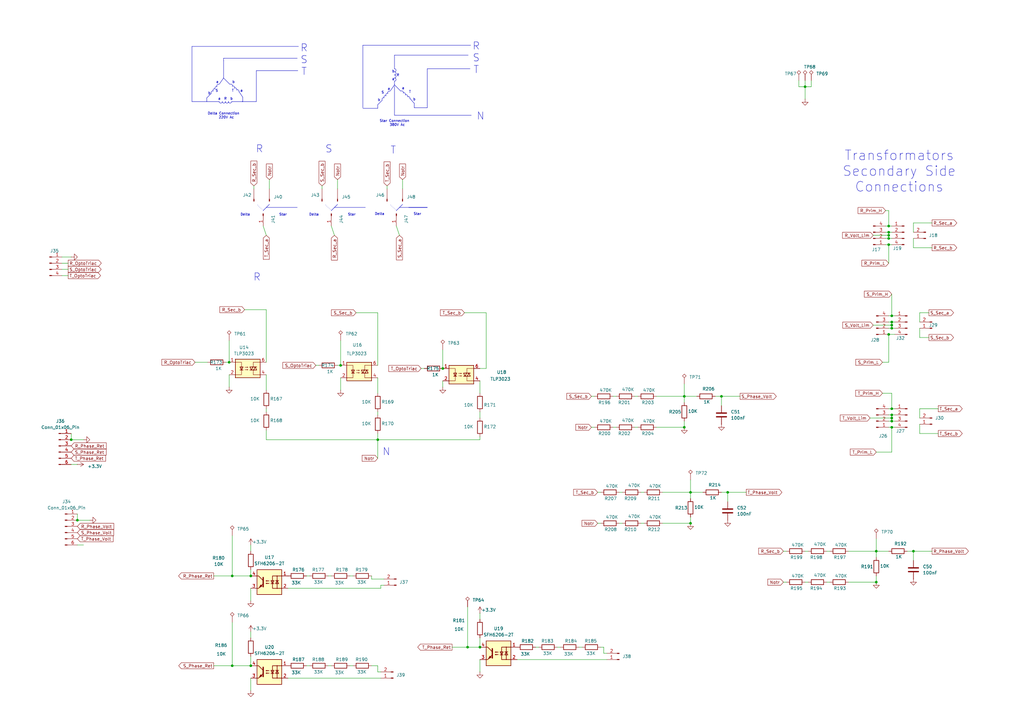
<source format=kicad_sch>
(kicad_sch (version 20250114) (generator "eeschema") (generator_version "9.0")
  (paper "A3")
  (title_block (title "Emulator Input Output") (date "2025-09-04"))
  (arc (start 96.109 36.151) (mid 96.8789 36.1862) (end 97.125 36.913))
  (arc (start 94.301 34.583) (mid 95.0681 34.619) (end 95.317 35.345))
  (arc (start 88.24 36.522) (mid 88.2757 35.7577) (end 89.002 35.506))
  (arc (start 92.456 41.6562) (mid 91.8179 42.2841) (end 91.186 41.656))
  (arc (start 166.213 38.945) (mid 166.9807 38.9797) (end 167.229 39.707))
  (arc (start 95.291 35.337) (mid 96.0101 35.4093) (end 96.201 36.107))
  (arc (start 157.53 40.134) (mid 157.6289 39.384) (end 158.3 39.224))
  (arc (start 167.203 39.699) (mid 167.953 39.7979) (end 168.113 40.469))
  (arc (start 165.395 38.131) (mid 166.145 38.2299) (end 166.305 38.901))
  (arc (start 93.726 41.656) (mid 93.091 42.291) (end 92.456 41.656))
  (arc (start 161.7978 32.004) (mid 162.4329 32.6389) (end 161.798 33.274))
  (arc (start 158.344 39.316) (mid 158.3787 38.5483) (end 159.106 38.3))
  (arc (start 88.994 35.532) (mid 89.0659 34.816) (end 89.764 34.622))
  (arc (start 97.099 36.905) (mid 97.8211 36.9766) (end 98.009 37.675))
  (arc (start 161.798 29.464) (mid 162.433 30.099) (end 161.798 30.734))
  (arc (start 164.405 37.377) (mid 165.1727 37.4117) (end 165.421 38.139))
  (arc (start 159.098 38.326) (mid 159.1969 37.576) (end 159.868 37.416))
  (arc (start 94.996 41.656) (mid 94.361 42.291) (end 93.726 41.656))
  (arc (start 91.186 41.6558) (mid 90.5481 42.294) (end 89.916 41.656))
  (arc (start 161.7982 30.734) (mid 162.4219 31.3691) (end 161.798 32.004))
  (arc (start 156.776 41.124) (mid 156.8107 40.3563) (end 157.538 40.108))
  (arc (start 161.798 28.194) (mid 162.433 28.829) (end 161.798 29.464))
  (arc (start 86.672 38.33) (mid 86.7103 37.5652) (end 87.434 37.314))
  (arc (start 87.426 37.34) (mid 87.5005 36.623) (end 88.196 36.43))
  (text "b" (at 95.758 33.782 0) (effects (font (size 1 1))))
  (text "b" (at 155.448 41.148 0) (effects (font (size 1 1))))
  (text "Transformators\nSecondary Side\nConnections" (at 368.808 70.358 0) (effects (font (size 4 4))))
  (text "b" (at 169.926 40.894 0) (effects (font (size 1 1))))
  (text "R" (at 106.426 61.214 0) (effects (font (size 3 3))))
  (text "S" (at 156.972 38.1 0) (effects (font (size 1 1))))
  (text "Delta" (at 128.778 88.138 0) (effects (font (size 1 1))))
  (text "T" (at 161.29 61.722 0) (effects (font (size 3 3))))
  (text "T" (at 168.148 37.846 0) (effects (font (size 1 1))))
  (text "Delta Connection\n   220V Ac" (at 91.694 47.498 0) (effects (font (size 1 1))))
  (text "S" (at 134.874 61.214 0) (effects (font (size 3 3))))
  (text "Star" (at 116.078 88.138 0) (effects (font (size 1 1))))
  (text "T" (at 95.504 37.338 0) (effects (font (size 1 1))))
  (text "a  R  b" (at 92.456 40.64 0) (effects (font (size 1 1))))
  (text "S" (at 88.9 37.338 0) (effects (font (size 1 1))))
  (text "Delta" (at 155.702 87.884 0) (effects (font (size 1 1))))
  (text "a" (at 89.154 33.782 0) (effects (font (size 1 1))))
  (text "Delta" (at 100.584 88.138 0) (effects (font (size 1 1))))
  (text "R\nS\nT" (at 195.326 23.876 0) (effects (font (size 3 3))))
  (text "Star Connection\n   380V Ac" (at 161.798 50.546 0) (effects (font (size 1 1))))
  (text "R\nS\nT" (at 124.714 24.638 0) (effects (font (size 3 3))))
  (text "a" (at 165.354 36.322 0) (effects (font (size 1 1))))
  (text "b\n     R\na\n" (at 161.29 30.988 0) (effects (font (size 1 1))))
  (text "b" (at 85.852 38.354 0) (effects (font (size 1 1))))
  (text "a" (at 99.06 37.338 0) (effects (font (size 1 1))))
  (text "N" (at 158.496 185.42 0) (effects (font (size 3 3))))
  (text "a" (at 159.512 36.576 0) (effects (font (size 1 1))))
  (text "Star" (at 144.272 88.138 0) (effects (font (size 1 1))))
  (text "Star" (at 171.196 87.884 0) (effects (font (size 1 1))))
  (text "N" (at 197.104 47.752 0) (effects (font (size 3 3))))
  (text "R" (at 105.41 113.792 0) (effects (font (size 3 3))))
  (junction (at 365.76 167.64))
  (junction (at 365.76 129.54))
  (junction (at 102.87 273.05))
  (junction (at 196.85 265.43))
  (junction (at 95.25 273.05))
  (junction (at 139.7 149.86))
  (junction (at 365.76 132.08))
  (junction (at 365.76 172.72))
  (junction (at 95.25 236.22))
  (junction (at 154.94 180.34))
  (junction (at 364.49 96.52))
  (junction (at 364.49 100.33))
  (junction (at 364.49 95.25))
  (junction (at 330.2 35.56))
  (junction (at 365.76 133.35))
  (junction (at 364.49 137.16))
  (junction (at 29.21 180.34))
  (junction (at 295.91 162.56))
  (junction (at 283.21 201.93))
  (junction (at 280.67 162.56))
  (junction (at 364.49 92.71))
  (junction (at 365.76 134.62))
  (junction (at 365.76 175.26))
  (junction (at 364.49 97.79))
  (junction (at 93.98 148.59))
  (junction (at 298.45 201.93))
  (junction (at 102.87 236.22))
  (junction (at 359.41 238.76))
  (junction (at 280.67 175.26))
  (junction (at 359.41 226.06))
  (junction (at 181.61 151.13))
  (junction (at 365.76 170.18))
  (junction (at 191.77 265.43))
  (junction (at 31.75 213.36))
  (junction (at 283.21 214.63))
  (junction (at 374.65 226.06))
  (junction (at 365.76 171.45))
  (wire (pts (xy 363.22 92.71) (xy 364.49 92.71)))
  (wire (pts (xy 269.24 162.56) (xy 280.67 162.56)))
  (polyline (pts (xy 156.718 41.148) (xy 154.94 42.926)))
  (wire (pts (xy 196.85 168.91) (xy 196.85 171.45)))
  (wire (pts (xy 364.49 129.54) (xy 365.76 129.54)))
  (wire (pts (xy 262.89 201.93) (xy 264.16 201.93)))
  (wire (pts (xy 34.29 180.34) (xy 29.21 180.34)))
  (wire (pts (xy 31.75 190.5) (xy 29.21 190.5)))
  (wire (pts (xy 109.22 180.34) (xy 154.94 180.34)))
  (wire (pts (xy 251.46 175.26) (xy 252.73 175.26)))
  (wire (pts (xy 365.76 185.42) (xy 365.76 175.26)))
  (wire (pts (xy 181.61 158.75) (xy 181.61 156.21)))
  (wire (pts (xy 154.94 177.8) (xy 154.94 180.34)))
  (wire (pts (xy 365.76 167.64) (xy 364.49 167.64)))
  (wire (pts (xy 34.29 223.52) (xy 31.75 223.52)))
  (polyline (pts (xy 86.614 38.354) (xy 84.836 40.132)))
  (wire (pts (xy 295.91 162.56) (xy 303.53 162.56)))
  (wire (pts (xy 365.76 132.08) (xy 364.49 132.08)))
  (wire (pts (xy 367.03 167.64) (xy 365.76 167.64)))
  (wire (pts (xy 102.87 246.38) (xy 102.87 241.3)))
  (wire (pts (xy 359.41 236.22) (xy 359.41 238.76)))
  (wire (pts (xy 220.98 265.43) (xy 219.71 265.43)))
  (wire (pts (xy 245.11 214.63) (xy 246.38 214.63)))
  (wire (pts (xy 196.85 251.46) (xy 196.85 254)))
  (polyline (pts (xy 91.694 32.004) (xy 94.234 34.544)))
  (wire (pts (xy 364.49 148.59) (xy 364.49 137.16)))
  (wire (pts (xy 321.31 226.06) (xy 322.58 226.06)))
  (wire (pts (xy 245.11 201.93) (xy 246.38 201.93)))
  (wire (pts (xy 280.67 162.56) (xy 285.75 162.56)))
  (wire (pts (xy 365.76 172.72) (xy 364.49 172.72)))
  (wire (pts (xy 138.43 149.86) (xy 139.7 149.86)))
  (wire (pts (xy 339.09 226.06) (xy 340.36 226.06)))
  (wire (pts (xy 191.77 248.92) (xy 191.77 265.43)))
  (wire (pts (xy 130.81 149.86) (xy 129.54 149.86)))
  (wire (pts (xy 364.49 95.25) (xy 363.22 95.25)))
  (wire (pts (xy 367.03 134.62) (xy 365.76 134.62)))
  (polyline (pts (xy 175.26 28.194) (xy 175.26 44.196)))
  (wire (pts (xy 364.49 97.79) (xy 363.22 97.79)))
  (wire (pts (xy 364.49 96.52) (xy 364.49 97.79)))
  (wire (pts (xy 298.45 205.74) (xy 298.45 201.93)))
  (wire (pts (xy 104.14 76.2) (xy 104.14 77.47)))
  (wire (pts (xy 154.94 170.18) (xy 154.94 168.91)))
  (wire (pts (xy 365.76 134.62) (xy 364.49 134.62)))
  (wire (pts (xy 247.65 267.97) (xy 248.92 267.97)))
  (wire (pts (xy 359.41 228.6) (xy 359.41 226.06)))
  (wire (pts (xy 365.76 120.65) (xy 365.76 129.54)))
  (polyline (pts (xy 169.926 44.196) (xy 175.26 44.196)))
  (wire (pts (xy 199.39 151.13) (xy 199.39 128.27)))
  (wire (pts (xy 95.25 273.05) (xy 102.87 273.05)))
  (wire (pts (xy 109.22 180.34) (xy 109.22 176.53)))
  (wire (pts (xy 27.94 107.95) (xy 25.4 107.95)))
  (wire (pts (xy 384.81 167.64) (xy 377.19 167.64)))
  (polyline (pts (xy 161.798 35.306) (xy 161.798 47.244)))
  (polyline (pts (xy 161.798 34.798) (xy 164.338 37.338)))
  (wire (pts (xy 92.71 148.59) (xy 93.98 148.59)))
  (wire (pts (xy 332.74 33.02) (xy 332.74 35.56)))
  (wire (pts (xy 269.24 175.26) (xy 280.67 175.26)))
  (wire (pts (xy 283.21 212.09) (xy 283.21 214.63)))
  (wire (pts (xy 132.08 76.2) (xy 132.08 77.47)))
  (polyline (pts (xy 168.148 40.386) (xy 169.926 42.418)))
  (wire (pts (xy 110.49 73.66) (xy 110.49 77.47)))
  (polyline (pts (xy 161.798 34.798) (xy 161.798 33.274)))
  (polyline (pts (xy 149.86 85.09) (xy 137.16 85.09)))
  (wire (pts (xy 365.76 170.18) (xy 365.76 171.45)))
  (wire (pts (xy 135.89 236.22) (xy 134.62 236.22)))
  (wire (pts (xy 118.11 278.13) (xy 156.21 278.13)))
  (wire (pts (xy 295.91 201.93) (xy 298.45 201.93)))
  (wire (pts (xy 27.94 113.03) (xy 25.4 113.03)))
  (wire (pts (xy 165.1 73.66) (xy 165.1 77.47)))
  (wire (pts (xy 242.57 175.26) (xy 243.84 175.26)))
  (wire (pts (xy 137.16 96.52) (xy 135.89 92.71)))
  (wire (pts (xy 242.57 162.56) (xy 243.84 162.56)))
  (wire (pts (xy 321.31 238.76) (xy 322.58 238.76)))
  (wire (pts (xy 364.49 107.95) (xy 364.49 100.33)))
  (wire (pts (xy 27.94 110.49) (xy 25.4 110.49)))
  (wire (pts (xy 364.49 95.25) (xy 364.49 96.52)))
  (polyline (pts (xy 94.996 41.656) (xy 99.568 41.656)))
  (wire (pts (xy 271.78 214.63) (xy 283.21 214.63)))
  (wire (pts (xy 367.03 170.18) (xy 365.76 170.18)))
  (wire (pts (xy 365.76 170.18) (xy 364.49 170.18)))
  (polyline (pts (xy 84.836 41.656) (xy 78.74 41.656)))
  (wire (pts (xy 339.09 238.76) (xy 340.36 238.76)))
  (wire (pts (xy 146.05 128.27) (xy 154.94 128.27)))
  (wire (pts (xy 100.33 127) (xy 109.22 127)))
  (wire (pts (xy 377.19 171.45) (xy 377.19 167.64)))
  (wire (pts (xy 29.21 105.41) (xy 25.4 105.41)))
  (wire (pts (xy 109.22 127) (xy 109.22 148.59)))
  (wire (pts (xy 262.89 214.63) (xy 264.16 214.63)))
  (wire (pts (xy 109.22 153.67) (xy 109.22 160.02)))
  (polyline (pts (xy 91.694 23.876) (xy 121.92 23.876)))
  (wire (pts (xy 102.87 269.24) (xy 102.87 273.05)))
  (polyline (pts (xy 175.26 85.09) (xy 163.83 85.09)))
  (wire (pts (xy 327.66 35.56) (xy 330.2 35.56)))
  (wire (pts (xy 363.22 86.36) (xy 364.49 86.36)))
  (wire (pts (xy 109.22 96.52) (xy 107.95 92.71)))
  (wire (pts (xy 156.21 240.03) (xy 157.48 240.03)))
  (wire (pts (xy 95.25 219.71) (xy 95.25 236.22)))
  (wire (pts (xy 295.91 166.37) (xy 295.91 162.56)))
  (wire (pts (xy 247.65 265.43) (xy 246.38 265.43)))
  (wire (pts (xy 102.87 283.21) (xy 102.87 278.13)))
  (wire (pts (xy 377.19 173.99) (xy 377.19 177.8)))
  (polyline (pts (xy 175.26 28.194) (xy 192.786 28.194)))
  (wire (pts (xy 139.7 139.7) (xy 139.7 149.86)))
  (wire (pts (xy 238.76 265.43) (xy 237.49 265.43)))
  (wire (pts (xy 173.99 151.13) (xy 172.72 151.13)))
  (wire (pts (xy 196.85 275.59) (xy 196.85 270.51)))
  (wire (pts (xy 356.87 171.45) (xy 365.76 171.45)))
  (wire (pts (xy 93.98 139.7) (xy 93.98 148.59)))
  (wire (pts (xy 364.49 100.33) (xy 365.76 100.33)))
  (wire (pts (xy 364.49 86.36) (xy 364.49 92.71)))
  (polyline (pts (xy 105.156 28.956) (xy 105.156 41.656)))
  (polyline (pts (xy 121.92 85.09) (xy 109.22 85.09)))
  (wire (pts (xy 374.65 101.6) (xy 382.27 101.6)))
  (wire (pts (xy 280.67 157.48) (xy 280.67 162.56)))
  (polyline (pts (xy 78.74 41.656) (xy 78.74 19.05)))
  (wire (pts (xy 374.65 226.06) (xy 382.27 226.06)))
  (wire (pts (xy 196.85 151.13) (xy 199.39 151.13)))
  (wire (pts (xy 158.75 76.2) (xy 158.75 77.47)))
  (wire (pts (xy 365.76 129.54) (xy 367.03 129.54)))
  (polyline (pts (xy 99.568 39.878) (xy 99.568 41.656)))
  (wire (pts (xy 372.11 226.06) (xy 374.65 226.06)))
  (wire (pts (xy 364.49 175.26) (xy 365.76 175.26)))
  (polyline (pts (xy 161.798 28.194) (xy 161.798 22.606)))
  (wire (pts (xy 377.19 132.08) (xy 377.19 128.27)))
  (wire (pts (xy 367.03 172.72) (xy 365.76 172.72)))
  (wire (pts (xy 280.67 172.72) (xy 280.67 175.26)))
  (wire (pts (xy 364.49 137.16) (xy 367.03 137.16)))
  (polyline (pts (xy 154.94 42.926) (xy 154.94 44.45)))
  (wire (pts (xy 154.94 273.05) (xy 154.94 275.59)))
  (wire (pts (xy 367.03 132.08) (xy 365.76 132.08)))
  (wire (pts (xy 156.21 241.3) (xy 156.21 240.03)))
  (polyline (pts (xy 105.156 28.956) (xy 122.174 28.956)))
  (wire (pts (xy 359.41 226.06) (xy 364.49 226.06)))
  (wire (pts (xy 364.49 92.71) (xy 365.76 92.71)))
  (wire (pts (xy 358.14 133.35) (xy 365.76 133.35)))
  (wire (pts (xy 254 214.63) (xy 255.27 214.63)))
  (wire (pts (xy 283.21 201.93) (xy 288.29 201.93)))
  (wire (pts (xy 154.94 161.29) (xy 154.94 154.94)))
  (polyline (pts (xy 169.926 42.418) (xy 169.926 44.196)))
  (polyline (pts (xy 160.02 37.338) (xy 161.798 34.798)))
  (wire (pts (xy 384.81 177.8) (xy 377.19 177.8)))
  (wire (pts (xy 327.66 33.02) (xy 327.66 35.56)))
  (wire (pts (xy 332.74 35.56) (xy 330.2 35.56)))
  (polyline (pts (xy 138.43 83.82) (xy 135.89 86.36)))
  (wire (pts (xy 260.35 175.26) (xy 261.62 175.26)))
  (polyline (pts (xy 84.836 40.132) (xy 84.836 41.656)))
  (wire (pts (xy 102.87 236.22) (xy 102.87 233.68)))
  (wire (pts (xy 196.85 261.62) (xy 196.85 265.43)))
  (wire (pts (xy 293.37 162.56) (xy 295.91 162.56)))
  (wire (pts (xy 365.76 161.29) (xy 361.95 161.29)))
  (polyline (pts (xy 175.26 85.09) (xy 167.64 85.09)))
  (wire (pts (xy 359.41 185.42) (xy 365.76 185.42)))
  (wire (pts (xy 251.46 162.56) (xy 252.73 162.56)))
  (wire (pts (xy 29.21 180.34) (xy 29.21 177.8)))
  (wire (pts (xy 365.76 171.45) (xy 365.76 172.72)))
  (wire (pts (xy 154.94 275.59) (xy 156.21 275.59)))
  (wire (pts (xy 157.48 237.49) (xy 152.4 237.49)))
  (polyline (pts (xy 165.1 83.82) (xy 162.56 86.36)))
  (wire (pts (xy 85.09 148.59) (xy 80.01 148.59)))
  (polyline (pts (xy 98.044 37.592) (xy 99.568 39.878)))
  (polyline (pts (xy 161.798 47.244) (xy 193.294 47.244)))
  (wire (pts (xy 365.76 95.25) (xy 364.49 95.25)))
  (polyline (pts (xy 110.49 83.82) (xy 107.95 86.36)))
  (wire (pts (xy 102.87 223.52) (xy 102.87 226.06)))
  (wire (pts (xy 363.22 100.33) (xy 364.49 100.33)))
  (wire (pts (xy 212.09 270.51) (xy 248.92 270.51)))
  (wire (pts (xy 283.21 196.85) (xy 283.21 201.93)))
  (wire (pts (xy 358.14 96.52) (xy 364.49 96.52)))
  (wire (pts (xy 381 138.43) (xy 377.19 138.43)))
  (polyline (pts (xy 148.844 18.542) (xy 148.844 44.196)))
  (wire (pts (xy 191.77 265.43) (xy 196.85 265.43)))
  (wire (pts (xy 330.2 226.06) (xy 331.47 226.06)))
  (wire (pts (xy 229.87 265.43) (xy 228.6 265.43)))
  (wire (pts (xy 271.78 201.93) (xy 283.21 201.93)))
  (wire (pts (xy 154.94 149.86) (xy 154.94 128.27)))
  (wire (pts (xy 365.76 97.79) (xy 364.49 97.79)))
  (wire (pts (xy 196.85 180.34) (xy 196.85 179.07)))
  (polyline (pts (xy 154.94 44.45) (xy 148.844 44.45)))
  (wire (pts (xy 87.63 236.22) (xy 95.25 236.22)))
  (wire (pts (xy 374.65 97.79) (xy 374.65 101.6)))
  (wire (pts (xy 280.67 165.1) (xy 280.67 162.56)))
  (wire (pts (xy 156.21 241.3) (xy 118.11 241.3)))
  (wire (pts (xy 260.35 162.56) (xy 261.62 162.56)))
  (wire (pts (xy 190.5 128.27) (xy 199.39 128.27)))
  (wire (pts (xy 347.98 238.76) (xy 359.41 238.76)))
  (wire (pts (xy 36.83 213.36) (xy 31.75 213.36)))
  (wire (pts (xy 283.21 204.47) (xy 283.21 201.93)))
  (wire (pts (xy 163.83 96.52) (xy 162.56 92.71)))
  (wire (pts (xy 127 236.22) (xy 125.73 236.22)))
  (polyline (pts (xy 78.74 19.05) (xy 122.428 19.05)))
  (polyline (pts (xy 148.844 18.542) (xy 193.04 18.542)))
  (wire (pts (xy 181.61 143.51) (xy 181.61 151.13)))
  (polyline (pts (xy 91.694 24.892) (xy 91.694 23.876)))
  (wire (pts (xy 185.42 265.43) (xy 191.77 265.43)))
  (wire (pts (xy 374.65 95.25) (xy 374.65 91.44)))
  (wire (pts (xy 144.78 236.22) (xy 143.51 236.22)))
  (wire (pts (xy 95.25 236.22) (xy 102.87 236.22)))
  (wire (pts (xy 154.94 187.96) (xy 154.94 180.34)))
  (wire (pts (xy 152.4 273.05) (xy 154.94 273.05)))
  (wire (pts (xy 154.94 180.34) (xy 196.85 180.34)))
  (wire (pts (xy 347.98 226.06) (xy 359.41 226.06)))
  (wire (pts (xy 139.7 160.02) (xy 139.7 154.94)))
  (wire (pts (xy 298.45 201.93) (xy 306.07 201.93)))
  (wire (pts (xy 365.76 161.29) (xy 365.76 167.64)))
  (wire (pts (xy 196.85 161.29) (xy 196.85 156.21)))
  (wire (pts (xy 330.2 40.64) (xy 330.2 35.56)))
  (wire (pts (xy 254 201.93) (xy 255.27 201.93)))
  (wire (pts (xy 374.65 229.87) (xy 374.65 226.06)))
  (wire (pts (xy 87.63 273.05) (xy 95.25 273.05)))
  (wire (pts (xy 374.65 91.44) (xy 382.27 91.44)))
  (wire (pts (xy 365.76 133.35) (xy 365.76 134.62)))
  (wire (pts (xy 361.95 148.59) (xy 364.49 148.59)))
  (polyline (pts (xy 107.95 86.36) (xy 105.41 83.82)) (stroke (width 0) (type dot)))
  (wire (pts (xy 377.19 128.27) (xy 381 128.27)))
  (wire (pts (xy 365.76 175.26) (xy 367.03 175.26)))
  (wire (pts (xy 127 273.05) (xy 125.73 273.05)))
  (wire (pts (xy 144.78 273.05) (xy 143.51 273.05)))
  (wire (pts (xy 247.65 265.43) (xy 247.65 267.97)))
  (polyline (pts (xy 84.836 41.656) (xy 89.916 41.656)))
  (wire (pts (xy 135.89 273.05) (xy 134.62 273.05)))
  (wire (pts (xy 102.87 259.08) (xy 102.87 261.62)))
  (polyline (pts (xy 161.798 22.606) (xy 192.024 22.606)))
  (wire (pts (xy 109.22 168.91) (xy 109.22 167.64)))
  (wire (pts (xy 330.2 35.56) (xy 330.2 33.02)))
  (polyline (pts (xy 135.89 86.36) (xy 133.35 83.82)) (stroke (width 0) (type dot)))
  (wire (pts (xy 138.43 73.66) (xy 138.43 77.47)))
  (wire (pts (xy 95.25 255.27) (xy 95.25 273.05)))
  (polyline (pts (xy 99.314 41.656) (xy 105.156 41.656)))
  (wire (pts (xy 330.2 238.76) (xy 331.47 238.76)))
  (wire (pts (xy 152.4 237.49) (xy 152.4 236.22)))
  (polyline (pts (xy 89.916 34.544) (xy 91.694 32.004)))
  (wire (pts (xy 93.98 158.75) (xy 93.98 153.67)))
  (polyline (pts (xy 91.694 24.892) (xy 91.694 32.004)))
  (wire (pts (xy 31.75 213.36) (xy 31.75 210.82)))
  (wire (pts (xy 377.19 134.62) (xy 377.19 138.43)))
  (wire (pts (xy 365.76 132.08) (xy 365.76 133.35)))
  (polyline (pts (xy 162.56 86.36) (xy 160.02 83.82)) (stroke (width 0) (type dot)))
  (wire (pts (xy 359.41 220.98) (xy 359.41 226.06)))
  (global_label "T_Sec_b" (shape input) (at 190.5 128.27 180) (property "Intersheetrefs" "${INTERSHEET_REFS}" (effects (hide yes))))
  (global_label "Notr" (shape input) (at 138.43 73.66 90) (property "Intersheetrefs" "${INTERSHEET_REFS}" (effects (hide yes))))
  (global_label "T_Phase_Volt" (shape input) (at 31.75 220.98 0) (property "Intersheetrefs" "${INTERSHEET_REFS}" (effects (hide yes))))
  (global_label "S_Prim_H" (shape input) (at 365.76 120.65 180) (property "Intersheetrefs" "${INTERSHEET_REFS}" (effects (hide yes))))
  (global_label "T_Sec_a" (shape output) (at 384.81 167.64 0) (property "Intersheetrefs" "${INTERSHEET_REFS}" (effects (hide yes))))
  (global_label "R_Sec_b" (shape input) (at 104.14 76.2 90) (property "Intersheetrefs" "${INTERSHEET_REFS}" (effects (hide yes))))
  (global_label "S_Sec_b" (shape input) (at 146.05 128.27 180) (property "Intersheetrefs" "${INTERSHEET_REFS}" (effects (hide yes))))
  (global_label "T_Prim_H" (shape input) (at 361.95 161.29 180) (property "Intersheetrefs" "${INTERSHEET_REFS}" (effects (hide yes))))
  (global_label "T_Prim_L" (shape input) (at 359.41 185.42 180) (property "Intersheetrefs" "${INTERSHEET_REFS}" (effects (hide yes))))
  (global_label "R_Sec_b" (shape input) (at 321.31 226.06 180) (property "Intersheetrefs" "${INTERSHEET_REFS}" (effects (hide yes))))
  (global_label "S_Sec_b" (shape input) (at 132.08 76.2 90) (property "Intersheetrefs" "${INTERSHEET_REFS}" (effects (hide yes))))
  (global_label "Notr" (shape input) (at 165.1 73.66 90) (property "Intersheetrefs" "${INTERSHEET_REFS}" (effects (hide yes))))
  (global_label "R_OptoTriac" (shape output) (at 27.94 107.95 0) (property "Intersheetrefs" "${INTERSHEET_REFS}" (effects (hide yes))))
  (global_label "T_Volt_Lim" (shape input) (at 356.87 171.45 180) (property "Intersheetrefs" "${INTERSHEET_REFS}" (effects (hide yes))))
  (global_label "S_Sec_b" (shape input) (at 242.57 162.56 180) (property "Intersheetrefs" "${INTERSHEET_REFS}" (effects (hide yes))))
  (global_label "T_Phase_Ret" (shape output) (at 185.42 265.43 180) (property "Intersheetrefs" "${INTERSHEET_REFS}" (effects (hide yes))))
  (global_label "T_Sec_b" (shape input) (at 158.75 76.2 90) (property "Intersheetrefs" "${INTERSHEET_REFS}" (effects (hide yes))))
  (global_label "R_Sec_b" (shape input) (at 100.33 127 180) (property "Intersheetrefs" "${INTERSHEET_REFS}" (effects (hide yes))))
  (global_label "T_Phase_Ret" (shape input) (at 29.21 187.96 0) (property "Intersheetrefs" "${INTERSHEET_REFS}" (effects (hide yes))))
  (global_label "R_OptoTriac" (shape input) (at 80.01 148.59 180) (property "Intersheetrefs" "${INTERSHEET_REFS}" (effects (hide yes))))
  (global_label "Notr" (shape input) (at 242.57 175.26 180) (property "Intersheetrefs" "${INTERSHEET_REFS}" (effects (hide yes))))
  (global_label "S_Sec_a" (shape output) (at 381 128.27 0) (property "Intersheetrefs" "${INTERSHEET_REFS}" (effects (hide yes))))
  (global_label "S_Phase_Volt" (shape output) (at 303.53 162.56 0) (property "Intersheetrefs" "${INTERSHEET_REFS}" (effects (hide yes))))
  (global_label "S_Phase_Ret" (shape output) (at 87.63 273.05 180) (property "Intersheetrefs" "${INTERSHEET_REFS}" (effects (hide yes))))
  (global_label "R_Sec_a" (shape output) (at 382.27 91.44 0) (property "Intersheetrefs" "${INTERSHEET_REFS}" (effects (hide yes))))
  (global_label "S_Sec_b" (shape output) (at 381 138.43 0) (property "Intersheetrefs" "${INTERSHEET_REFS}" (effects (hide yes))))
  (global_label "S_OptoTriac" (shape output) (at 27.94 110.49 0) (property "Intersheetrefs" "${INTERSHEET_REFS}" (effects (hide yes))))
  (global_label "S_OptoTriac" (shape input) (at 129.54 149.86 180) (property "Intersheetrefs" "${INTERSHEET_REFS}" (effects (hide yes))))
  (global_label "R_Phase_Ret" (shape output) (at 87.63 236.22 180) (property "Intersheetrefs" "${INTERSHEET_REFS}" (effects (hide yes))))
  (global_label "S_Sec_a" (shape input) (at 163.83 96.52 270) (property "Intersheetrefs" "${INTERSHEET_REFS}" (effects (hide yes))))
  (global_label "R_Phase_Volt" (shape input) (at 31.75 215.9 0) (property "Intersheetrefs" "${INTERSHEET_REFS}" (effects (hide yes))))
  (global_label "T_OptoTriac" (shape input) (at 172.72 151.13 180) (property "Intersheetrefs" "${INTERSHEET_REFS}" (effects (hide yes))))
  (global_label "Notr" (shape input) (at 110.49 73.66 90) (property "Intersheetrefs" "${INTERSHEET_REFS}" (effects (hide yes))))
  (global_label "R_Sec_b" (shape output) (at 382.27 101.6 0) (property "Intersheetrefs" "${INTERSHEET_REFS}" (effects (hide yes))))
  (global_label "R_Phase_Volt" (shape output) (at 382.27 226.06 0) (property "Intersheetrefs" "${INTERSHEET_REFS}" (effects (hide yes))))
  (global_label "T_Sec_b" (shape output) (at 384.81 177.8 0) (property "Intersheetrefs" "${INTERSHEET_REFS}" (effects (hide yes))))
  (global_label "R_Phase_Ret" (shape input) (at 29.21 182.88 0) (property "Intersheetrefs" "${INTERSHEET_REFS}" (effects (hide yes))))
  (global_label "R_Volt_Lim" (shape input) (at 358.14 96.52 180) (property "Intersheetrefs" "${INTERSHEET_REFS}" (effects (hide yes))))
  (global_label "S_Prim_L" (shape input) (at 361.95 148.59 180) (property "Intersheetrefs" "${INTERSHEET_REFS}" (effects (hide yes))))
  (global_label "T_Phase_Volt" (shape output) (at 306.07 201.93 0) (property "Intersheetrefs" "${INTERSHEET_REFS}" (effects (hide yes))))
  (global_label "Notr" (shape input) (at 245.11 214.63 180) (property "Intersheetrefs" "${INTERSHEET_REFS}" (effects (hide yes))))
  (global_label "Notr" (shape input) (at 154.94 187.96 180) (property "Intersheetrefs" "${INTERSHEET_REFS}" (effects (hide yes))))
  (global_label "T_Sec_a" (shape input) (at 109.22 96.52 270) (property "Intersheetrefs" "${INTERSHEET_REFS}" (effects (hide yes))))
  (global_label "T_OptoTriac" (shape output) (at 27.94 113.03 0) (property "Intersheetrefs" "${INTERSHEET_REFS}" (effects (hide yes))))
  (global_label "R_Prim_H" (shape input) (at 363.22 86.36 180) (property "Intersheetrefs" "${INTERSHEET_REFS}" (effects (hide yes))))
  (global_label "T_Sec_b" (shape input) (at 245.11 201.93 180) (property "Intersheetrefs" "${INTERSHEET_REFS}" (effects (hide yes))))
  (global_label "Notr" (shape input) (at 321.31 238.76 180) (property "Intersheetrefs" "${INTERSHEET_REFS}" (effects (hide yes))))
  (global_label "R_Sec_a" (shape input) (at 137.16 96.52 270) (property "Intersheetrefs" "${INTERSHEET_REFS}" (effects (hide yes))))
  (global_label "R_Prim_L" (shape input) (at 364.49 107.95 180) (property "Intersheetrefs" "${INTERSHEET_REFS}" (effects (hide yes))))
  (global_label "S_Volt_Lim" (shape input) (at 358.14 133.35 180) (property "Intersheetrefs" "${INTERSHEET_REFS}" (effects (hide yes))))
  (global_label "S_Phase_Ret" (shape input) (at 29.21 185.42 0) (property "Intersheetrefs" "${INTERSHEET_REFS}" (effects (hide yes))))
  (global_label "S_Phase_Volt" (shape input) (at 31.75 218.44 0) (property "Intersheetrefs" "${INTERSHEET_REFS}" (effects (hide yes))))
  (symbol (lib_id "Device:R") (at 154.94 173.99 0) (unit 1)
    (property "Reference" "R170" (at 156.464 173.736 0) (effects (justify left)))
    (property "Value" "10K" (at 148.336 173.736 0) (effects (justify left)))
    (property "Footprint" "Resistor_THT:R_Axial_DIN0207_L6.3mm_D2.5mm_P7.62mm_Horizontal" (effects (hide yes)))
    (property "Description" "Resistor" (effects (hide yes)))
  )
  (symbol (lib_name "Conn_01x01_Pin_6") (lib_id "Connector:Conn_01x01_Pin") (at 165.1 82.55 90) (unit 1)
    (property "Reference" "J48" (at 168.656 80.772 90))
    (property "Value" "Conn_01x01_Pin" (effects (hide yes)))
    (property "Footprint" "Connector_PinHeader_2.54mm:PinHeader_1x01_P2.54mm_Vertical" (effects (hide yes)))
    (property "Description" "Generic connector, single row, 01x01, script generated" (effects (hide yes)))
  )
  (symbol (lib_id "Connector:Conn_01x04_Pin") (at 358.14 97.79 0) (mirror x) (unit 1)
    (property "Reference" "J17" (at 359.41 102.362 0))
    (property "Value" "Conn_01x04_Pin" (effects (hide yes)))
    (property "Footprint" "Connector_JST:JST_EH_B4B-EH-A_1x04_P2.50mm_Vertical" (effects (hide yes)))
    (property "Description" "Generic connector, single row, 01x04, script generated" (effects (hide yes)))
  )
  (symbol (lib_id "Connector:TestPoint_Alt") (at 95.25 219.71 0) (unit 1)
    (property "Reference" "TP65" (at 97.282 216.916 0) (effects (justify left)))
    (property "Value" "TestPoint_Alt" (effects (hide yes)))
    (property "Footprint" "TestPoint:TestPoint_Loop_D1.80mm_Drill1.0mm_Beaded" (effects (hide yes)))
    (property "Datasheet" "https://www.digikey.se/en/products/detail/keystone-electronics/5117/2170320" (effects (hide yes)))
    (property "Description" "test point (alternative shape)" (effects (hide yes)))
  )
  (symbol (lib_id "Device:R") (at 283.21 208.28 0) (unit 1)
    (property "Reference" "R213" (at 276.86 208.28 0) (effects (justify left)))
    (property "Value" "10K" (at 284.734 208.026 0) (effects (justify left)))
    (property "Footprint" "Resistor_THT:R_Axial_DIN0207_L6.3mm_D2.5mm_P7.62mm_Horizontal" (effects (hide yes)))
    (property "Description" "Resistor" (effects (hide yes)))
  )
  (symbol (lib_id "Device:R") (at 247.65 162.56 270) (unit 1)
    (property "Reference" "R196" (at 245.364 165.1 90) (effects (justify left)))
    (property "Value" "470K" (at 245.872 160.02 90) (effects (justify left)))
    (property "Footprint" "Resistor_THT:R_Axial_DIN0207_L6.3mm_D2.5mm_P7.62mm_Horizontal" (effects (hide yes)))
    (property "Description" "Resistor" (effects (hide yes)))
  )
  (symbol (lib_id "Device:R") (at 130.81 236.22 90) (unit 1)
    (property "Reference" "R177" (at 133.096 233.68 90) (effects (justify left)))
    (property "Value" "33K" (at 132.588 238.76 90) (effects (justify left)))
    (property "Footprint" "Resistor_THT:R_Axial_DIN0207_L6.3mm_D2.5mm_P7.62mm_Horizontal" (effects (hide yes)))
    (property "Description" "Resistor" (effects (hide yes)))
  )
  (symbol (lib_id "Device:R") (at 139.7 273.05 90) (unit 1)
    (property "Reference" "R189" (at 142.748 270.51 90) (effects (justify left)))
    (property "Value" "33K" (at 141.224 275.844 90) (effects (justify left)))
    (property "Footprint" "Resistor_THT:R_Axial_DIN0207_L6.3mm_D2.5mm_P7.62mm_Horizontal" (effects (hide yes)))
    (property "Description" "Resistor" (effects (hide yes)))
  )
  (symbol (lib_id "Isolator:SFH6206-2T") (at 204.47 267.97 0) (mirror y) (unit 1)
    (property "Reference" "U19" (at 204.47 257.81 0))
    (property "Value" "SFH6206-2T" (at 204.47 260.35 0))
    (property "Footprint" "Package_DIP:SMDIP-4_W9.53mm_Clearance8mm" (effects (hide yes)))
    (property "Datasheet" "http://www.vishay.com/docs/83675/sfh620a.pdf" (effects (hide yes)))
    (property "Description" "Optocoupler, Phototransistor Output, 5300 VRMS, VCEO 70V, CTR% 63-200, UL, cUL, BSI, SMD-4" (effects (hide yes)))
  )
  (symbol (lib_name "Conn_01x01_Pin_1") (lib_id "Connector:Conn_01x01_Pin") (at 110.49 82.55 90) (unit 1)
    (property "Reference" "J40" (at 114.046 80.772 90))
    (property "Value" "Conn_01x01_Pin" (effects (hide yes)))
    (property "Footprint" "Connector_PinHeader_2.54mm:PinHeader_1x01_P2.54mm_Vertical" (effects (hide yes)))
    (property "Description" "Generic connector, single row, 01x01, script generated" (effects (hide yes)))
  )
  (symbol (lib_id "power:GND") (at 181.61 158.75 0) (unit 1)
    (property "Reference" "#PWR0161" (effects (hide yes)))
    (property "Value" "GND" (effects (hide yes)))
    (property "Description" "Power symbol creates a global label with name \"GND\" , ground" (effects (hide yes)))
  )
  (symbol (lib_id "Device:R") (at 130.81 273.05 90) (unit 1)
    (property "Reference" "R188" (at 133.096 270.51 90) (effects (justify left)))
    (property "Value" "33K" (at 132.588 275.59 90) (effects (justify left)))
    (property "Footprint" "Resistor_THT:R_Axial_DIN0207_L6.3mm_D2.5mm_P7.62mm_Horizontal" (effects (hide yes)))
    (property "Description" "Resistor" (effects (hide yes)))
  )
  (symbol (lib_id "power:GND") (at 330.2 40.64 0) (unit 1)
    (property "Reference" "#PWR0171" (effects (hide yes)))
    (property "Value" "GND" (effects (hide yes)))
    (property "Description" "Power symbol creates a global label with name \"GND\" , ground" (effects (hide yes)))
  )
  (symbol (lib_id "Device:R") (at 265.43 175.26 270) (unit 1)
    (property "Reference" "R204" (at 263.144 177.8 90) (effects (justify left)))
    (property "Value" "470K" (at 263.652 172.72 90) (effects (justify left)))
    (property "Footprint" "Resistor_THT:R_Axial_DIN0207_L6.3mm_D2.5mm_P7.62mm_Horizontal" (effects (hide yes)))
    (property "Description" "Resistor" (effects (hide yes)))
  )
  (symbol (lib_id "Device:R") (at 102.87 265.43 180) (unit 1)
    (property "Reference" "R186" (at 93.218 264.668 0) (effects (justify left)))
    (property "Value" "10K" (at 92.71 268.224 0) (effects (justify left)))
    (property "Footprint" "Resistor_THT:R_Axial_DIN0207_L6.3mm_D2.5mm_P7.62mm_Horizontal" (effects (hide yes)))
    (property "Description" "Resistor" (effects (hide yes)))
  )
  (symbol (lib_id "Connector:Conn_01x01_Pin") (at 107.95 87.63 270) (unit 1)
    (property "Reference" "J41" (at 112.014 89.916 0))
    (property "Value" "Conn_01x01_Pin" (effects (hide yes)))
    (property "Footprint" "Connector_PinHeader_2.54mm:PinHeader_1x01_P2.54mm_Vertical" (effects (hide yes)))
    (property "Description" "Generic connector, single row, 01x01, script generated" (effects (hide yes)))
  )
  (symbol (lib_name "Conn_01x01_Pin_2") (lib_id "Connector:Conn_01x01_Pin") (at 104.14 82.55 90) (unit 1)
    (property "Reference" "J42" (at 101.346 80.01 90))
    (property "Value" "Conn_01x01_Pin" (effects (hide yes)))
    (property "Footprint" "Connector_PinHeader_2.54mm:PinHeader_1x01_P2.54mm_Vertical" (effects (hide yes)))
    (property "Description" "Generic connector, single row, 01x01, script generated" (effects (hide yes)))
  )
  (symbol (lib_id "power:GND") (at 283.21 214.63 0) (unit 1)
    (property "Reference" "#PWR0176" (effects (hide yes)))
    (property "Value" "GND" (effects (hide yes)))
    (property "Description" "Power symbol creates a global label with name \"GND\" , ground" (effects (hide yes)))
  )
  (symbol (lib_id "power:VDD") (at 102.87 259.08 0) (unit 1)
    (property "Reference" "#PWR0168" (effects (hide yes)))
    (property "Value" "+3.3V" (at 106.426 257.81 0))
    (property "Description" "Power symbol creates a global label with name \"VDD\"" (effects (hide yes)))
  )
  (symbol (lib_id "Connector:Conn_01x02_Pin") (at 382.27 173.99 180) (unit 1)
    (property "Reference" "J30" (at 383.54 171.4499 0) (effects (justify right)))
    (property "Value" "Conn_01x02_Pin" (effects (hide yes)))
    (property "Footprint" "Connector_Phoenix_GMSTB:PhoenixContact_GMSTBVA_2,5_2-G_1x02_P7.50mm_Vertical" (effects (hide yes)))
    (property "Description" "Generic connector, single row, 01x02, script generated" (effects (hide yes)))
  )
  (symbol (lib_id "Isolator:TLP3023") (at 147.32 152.4 0) (unit 1)
    (property "Reference" "U16" (at 146.558 141.478 0))
    (property "Value" "TLP3023" (at 146.304 145.034 0))
    (property "Footprint" "Package_DIP:Toshiba_11-7A9" (effects (hide yes)))
    (property "Datasheet" "https://toshiba.semicon-storage.com/info/docget.jsp?did=1421&prodName=TLP3021(S)" (effects (hide yes)))
    (property "Description" "Photo-Triac, Vdrm 400V, Ift 5mA, DIP6" (effects (hide yes)))
  )
  (symbol (lib_id "Device:C") (at 374.65 233.68 0) (unit 1)
    (property "Reference" "C50" (at 378.46 232.4099 0) (effects (justify left)))
    (property "Value" "100nF" (at 378.46 234.9499 0) (effects (justify left)))
    (property "Footprint" "Capacitor_THT:C_Rect_L7.0mm_W2.0mm_P5.00mm" (effects (hide yes)))
    (property "Description" "Unpolarized capacitor" (effects (hide yes)))
  )
  (symbol (lib_id "Device:R") (at 224.79 265.43 90) (unit 1)
    (property "Reference" "R183" (at 227.076 262.89 90) (effects (justify left)))
    (property "Value" "33K" (at 226.568 267.97 90) (effects (justify left)))
    (property "Footprint" "Resistor_THT:R_Axial_DIN0207_L6.3mm_D2.5mm_P7.62mm_Horizontal" (effects (hide yes)))
    (property "Description" "Resistor" (effects (hide yes)))
  )
  (symbol (lib_id "Connector:Conn_01x04_Pin") (at 372.11 132.08 0) (mirror y) (unit 1)
    (property "Reference" "J32" (at 369.316 138.684 0))
    (property "Value" "Conn_01x04_Pin" (effects (hide yes)))
    (property "Footprint" "Connector_JST:JST_EH_B4B-EH-A_1x04_P2.50mm_Vertical" (effects (hide yes)))
    (property "Description" "Generic connector, single row, 01x04, script generated" (effects (hide yes)))
  )
  (symbol (lib_id "power:GND") (at 29.21 105.41 90) (unit 1)
    (property "Reference" "#PWR0162" (effects (hide yes)))
    (property "Value" "GND" (effects (hide yes)))
    (property "Description" "Power symbol creates a global label with name \"GND\" , ground" (effects (hide yes)))
  )
  (symbol (lib_id "Connector:TestPoint_Alt") (at 93.98 139.7 0) (unit 1)
    (property "Reference" "TP61" (at 96.012 136.906 0) (effects (justify left)))
    (property "Value" "TestPoint_Alt" (effects (hide yes)))
    (property "Footprint" "TestPoint:TestPoint_Loop_D1.80mm_Drill1.0mm_Beaded" (effects (hide yes)))
    (property "Datasheet" "https://www.digikey.se/en/products/detail/keystone-electronics/5117/2170320" (effects (hide yes)))
    (property "Description" "test point (alternative shape)" (effects (hide yes)))
  )
  (symbol (lib_id "Device:R") (at 256.54 175.26 270) (unit 1)
    (property "Reference" "R202" (at 253.492 177.8 90) (effects (justify left)))
    (property "Value" "470K" (at 255.016 172.466 90) (effects (justify left)))
    (property "Footprint" "Resistor_THT:R_Axial_DIN0207_L6.3mm_D2.5mm_P7.62mm_Horizontal" (effects (hide yes)))
    (property "Description" "Resistor" (effects (hide yes)))
  )
  (symbol (lib_id "Device:R") (at 259.08 214.63 270) (unit 1)
    (property "Reference" "R210" (at 256.032 217.17 90) (effects (justify left)))
    (property "Value" "470K" (at 257.556 211.836 90) (effects (justify left)))
    (property "Footprint" "Resistor_THT:R_Axial_DIN0207_L6.3mm_D2.5mm_P7.62mm_Horizontal" (effects (hide yes)))
    (property "Description" "Resistor" (effects (hide yes)))
  )
  (symbol (lib_id "Isolator:SFH6206-2T") (at 110.49 238.76 0) (mirror y) (unit 1)
    (property "Reference" "U17" (at 110.49 228.6 0))
    (property "Value" "SFH6206-2T" (at 110.49 231.14 0))
    (property "Footprint" "Package_DIP:SMDIP-4_W9.53mm_Clearance8mm" (effects (hide yes)))
    (property "Datasheet" "http://www.vishay.com/docs/83675/sfh620a.pdf" (effects (hide yes)))
    (property "Description" "Optocoupler, Phototransistor Output, 5300 VRMS, VCEO 70V, CTR% 63-200, UL, cUL, BSI, SMD-4" (effects (hide yes)))
  )
  (symbol (lib_id "Device:R") (at 177.8 151.13 270) (unit 1)
    (property "Reference" "R175" (at 177.546 151.13 90))
    (property "Value" "1K" (at 178.562 153.67 90))
    (property "Footprint" "Resistor_SMD:R_0805_2012Metric_Pad1.20x1.40mm_HandSolder" (effects (hide yes)))
    (property "Description" "Resistor" (effects (hide yes)))
  )
  (symbol (lib_id "power:GND") (at 93.98 158.75 0) (unit 1)
    (property "Reference" "#PWR0159" (effects (hide yes)))
    (property "Value" "GND" (effects (hide yes)))
    (property "Description" "Power symbol creates a global label with name \"GND\" , ground" (effects (hide yes)))
  )
  (symbol (lib_id "Connector:TestPoint_Alt") (at 330.2 33.02 0) (unit 1)
    (property "Reference" "TP68" (at 329.692 27.432 0) (effects (justify left)))
    (property "Value" "TestPoint_Alt" (effects (hide yes)))
    (property "Footprint" "TestPoint:TestPoint_Loop_D1.80mm_Drill1.0mm_Beaded" (effects (hide yes)))
    (property "Datasheet" "https://www.digikey.se/en/products/detail/keystone-electronics/5117/2170320" (effects (hide yes)))
    (property "Description" "test point (alternative shape)" (effects (hide yes)))
  )
  (symbol (lib_id "Device:R") (at 242.57 265.43 90) (unit 1)
    (property "Reference" "R185" (at 244.856 262.89 90) (effects (justify left)))
    (property "Value" "33K" (at 244.348 267.97 90) (effects (justify left)))
    (property "Footprint" "Resistor_THT:R_Axial_DIN0207_L6.3mm_D2.5mm_P7.62mm_Horizontal" (effects (hide yes)))
    (property "Description" "Resistor" (effects (hide yes)))
  )
  (symbol (lib_id "Device:R") (at 368.3 226.06 270) (unit 1)
    (property "Reference" "R192" (at 366.776 223.012 90) (effects (justify left)))
    (property "Value" "1K" (at 367.284 228.346 90) (effects (justify left)))
    (property "Footprint" "Resistor_THT:R_Axial_DIN0207_L6.3mm_D2.5mm_P7.62mm_Horizontal" (effects (hide yes)))
    (property "Description" "Resistor" (effects (hide yes)))
  )
  (symbol (lib_id "Connector:TestPoint_Alt") (at 283.21 196.85 0) (unit 1)
    (property "Reference" "TP72" (at 285.242 194.056 0) (effects (justify left)))
    (property "Value" "TestPoint_Alt" (effects (hide yes)))
    (property "Footprint" "TestPoint:TestPoint_Loop_D1.80mm_Drill1.0mm_Beaded" (effects (hide yes)))
    (property "Datasheet" "https://www.digikey.se/en/products/detail/keystone-electronics/5117/2170320" (effects (hide yes)))
    (property "Description" "test point (alternative shape)" (effects (hide yes)))
  )
  (symbol (lib_id "Connector:TestPoint_Alt") (at 191.77 248.92 0) (unit 1)
    (property "Reference" "TP64" (at 193.802 246.126 0) (effects (justify left)))
    (property "Value" "TestPoint_Alt" (effects (hide yes)))
    (property "Footprint" "TestPoint:TestPoint_Loop_D1.80mm_Drill1.0mm_Beaded" (effects (hide yes)))
    (property "Datasheet" "https://www.digikey.se/en/products/detail/keystone-electronics/5117/2170320" (effects (hide yes)))
    (property "Description" "test point (alternative shape)" (effects (hide yes)))
  )
  (symbol (lib_id "Connector:Conn_01x04_Pin") (at 20.32 107.95 0) (unit 1)
    (property "Reference" "J35" (at 22.352 102.87 0))
    (property "Value" "Conn_01x04_Pin" (effects (hide yes)))
    (property "Footprint" "Connector_JST:JST_PH_B4B-PH-K_1x04_P2.00mm_Vertical" (effects (hide yes)))
    (property "Description" "Generic connector, single row, 01x04, script generated" (effects (hide yes)))
  )
  (symbol (lib_id "Device:R") (at 280.67 168.91 0) (unit 1)
    (property "Reference" "R205" (at 274.32 168.91 0) (effects (justify left)))
    (property "Value" "10K" (at 282.194 168.656 0) (effects (justify left)))
    (property "Footprint" "Resistor_THT:R_Axial_DIN0207_L6.3mm_D2.5mm_P7.62mm_Horizontal" (effects (hide yes)))
    (property "Description" "Resistor" (effects (hide yes)))
  )
  (symbol (lib_id "Isolator:TLP3023") (at 189.23 153.67 0) (unit 1)
    (property "Reference" "U18" (at 205.74 152.654 0))
    (property "Value" "TLP3023" (at 205.232 155.448 0))
    (property "Footprint" "Package_DIP:Toshiba_11-7A9" (effects (hide yes)))
    (property "Datasheet" "https://toshiba.semicon-storage.com/info/docget.jsp?did=1421&prodName=TLP3021(S)" (effects (hide yes)))
    (property "Description" "Photo-Triac, Vdrm 400V, Ift 5mA, DIP6" (effects (hide yes)))
  )
  (symbol (lib_id "Connector:TestPoint_Alt") (at 95.25 255.27 0) (unit 1)
    (property "Reference" "TP66" (at 97.282 252.476 0) (effects (justify left)))
    (property "Value" "TestPoint_Alt" (effects (hide yes)))
    (property "Footprint" "TestPoint:TestPoint_Loop_D1.80mm_Drill1.0mm_Beaded" (effects (hide yes)))
    (property "Datasheet" "https://www.digikey.se/en/products/detail/keystone-electronics/5117/2170320" (effects (hide yes)))
    (property "Description" "test point (alternative shape)" (effects (hide yes)))
  )
  (symbol (lib_id "Connector:TestPoint_Alt") (at 139.7 139.7 0) (unit 1)
    (property "Reference" "TP62" (at 141.732 136.906 0) (effects (justify left)))
    (property "Value" "TestPoint_Alt" (effects (hide yes)))
    (property "Footprint" "TestPoint:TestPoint_Loop_D1.80mm_Drill1.0mm_Beaded" (effects (hide yes)))
    (property "Datasheet" "https://www.digikey.se/en/products/detail/keystone-electronics/5117/2170320" (effects (hide yes)))
    (property "Description" "test point (alternative shape)" (effects (hide yes)))
  )
  (symbol (lib_name "Conn_01x01_Pin_4") (lib_id "Connector:Conn_01x01_Pin") (at 138.43 82.55 90) (unit 1)
    (property "Reference" "J45" (at 141.986 80.772 90))
    (property "Value" "Conn_01x01_Pin" (effects (hide yes)))
    (property "Footprint" "Connector_PinHeader_2.54mm:PinHeader_1x01_P2.54mm_Vertical" (effects (hide yes)))
    (property "Description" "Generic connector, single row, 01x01, script generated" (effects (hide yes)))
  )
  (symbol (lib_id "Isolator:SFH6206-2T") (at 110.49 275.59 0) (mirror y) (unit 1)
    (property "Reference" "U20" (at 110.49 265.43 0))
    (property "Value" "SFH6206-2T" (at 110.49 267.97 0))
    (property "Footprint" "Package_DIP:SMDIP-4_W9.53mm_Clearance8mm" (effects (hide yes)))
    (property "Datasheet" "http://www.vishay.com/docs/83675/sfh620a.pdf" (effects (hide yes)))
    (property "Description" "Optocoupler, Phototransistor Output, 5300 VRMS, VCEO 70V, CTR% 63-200, UL, cUL, BSI, SMD-4" (effects (hide yes)))
  )
  (symbol (lib_id "Device:R") (at 88.9 148.59 270) (unit 1)
    (property "Reference" "R173" (at 88.646 148.59 90))
    (property "Value" "1K" (at 89.662 151.13 90))
    (property "Footprint" "Resistor_SMD:R_0805_2012Metric_Pad1.20x1.40mm_HandSolder" (effects (hide yes)))
    (property "Description" "Resistor" (effects (hide yes)))
  )
  (symbol (lib_id "power:GND") (at 102.87 246.38 0) (unit 1)
    (property "Reference" "#PWR0163" (effects (hide yes)))
    (property "Value" "GND" (effects (hide yes)))
    (property "Description" "Power symbol creates a global label with name \"GND\" , ground" (effects (hide yes)))
  )
  (symbol (lib_id "Device:R") (at 233.68 265.43 90) (unit 1)
    (property "Reference" "R184" (at 236.728 262.89 90) (effects (justify left)))
    (property "Value" "33K" (at 235.204 268.224 90) (effects (justify left)))
    (property "Footprint" "Resistor_THT:R_Axial_DIN0207_L6.3mm_D2.5mm_P7.62mm_Horizontal" (effects (hide yes)))
    (property "Description" "Resistor" (effects (hide yes)))
  )
  (symbol (lib_id "Device:R") (at 121.92 236.22 90) (unit 1)
    (property "Reference" "R176" (at 124.968 233.68 90) (effects (justify left)))
    (property "Value" "33K" (at 123.444 239.014 90) (effects (justify left)))
    (property "Footprint" "Resistor_THT:R_Axial_DIN0207_L6.3mm_D2.5mm_P7.62mm_Horizontal" (effects (hide yes)))
    (property "Description" "Resistor" (effects (hide yes)))
  )
  (symbol (lib_id "Device:R") (at 148.59 236.22 90) (unit 1)
    (property "Reference" "R179" (at 150.876 233.68 90) (effects (justify left)))
    (property "Value" "33K" (at 150.368 238.76 90) (effects (justify left)))
    (property "Footprint" "Resistor_THT:R_Axial_DIN0207_L6.3mm_D2.5mm_P7.62mm_Horizontal" (effects (hide yes)))
    (property "Description" "Resistor" (effects (hide yes)))
  )
  (symbol (lib_id "Device:R") (at 109.22 163.83 0) (unit 1)
    (property "Reference" "R167" (at 110.744 163.576 0) (effects (justify left)))
    (property "Value" "10K" (at 102.616 163.576 0) (effects (justify left)))
    (property "Footprint" "Resistor_THT:R_Axial_DIN0207_L6.3mm_D2.5mm_P7.62mm_Horizontal" (effects (hide yes)))
    (property "Description" "Resistor" (effects (hide yes)))
  )
  (symbol (lib_id "Connector:Conn_01x04_Pin") (at 370.84 95.25 0) (mirror y) (unit 1)
    (property "Reference" "J19" (at 368.046 101.854 0))
    (property "Value" "Conn_01x04_Pin" (effects (hide yes)))
    (property "Footprint" "Connector_JST:JST_EH_B4B-EH-A_1x04_P2.50mm_Vertical" (effects (hide yes)))
    (property "Description" "Generic connector, single row, 01x04, script generated" (effects (hide yes)))
  )
  (symbol (lib_id "Device:R") (at 196.85 175.26 0) (unit 1)
    (property "Reference" "R172" (at 198.374 175.006 0) (effects (justify left)))
    (property "Value" "10K" (at 190.246 175.006 0) (effects (justify left)))
    (property "Footprint" "Resistor_THT:R_Axial_DIN0207_L6.3mm_D2.5mm_P7.62mm_Horizontal" (effects (hide yes)))
    (property "Description" "Resistor" (effects (hide yes)))
  )
  (symbol (lib_id "Device:R") (at 215.9 265.43 90) (unit 1)
    (property "Reference" "R182" (at 218.948 262.89 90) (effects (justify left)))
    (property "Value" "33K" (at 217.424 268.224 90) (effects (justify left)))
    (property "Footprint" "Resistor_THT:R_Axial_DIN0207_L6.3mm_D2.5mm_P7.62mm_Horizontal" (effects (hide yes)))
    (property "Description" "Resistor" (effects (hide yes)))
  )
  (symbol (lib_id "Device:R") (at 265.43 162.56 270) (unit 1)
    (property "Reference" "R203" (at 263.144 165.1 90) (effects (justify left)))
    (property "Value" "470K" (at 263.652 160.02 90) (effects (justify left)))
    (property "Footprint" "Resistor_THT:R_Axial_DIN0207_L6.3mm_D2.5mm_P7.62mm_Horizontal" (effects (hide yes)))
    (property "Description" "Resistor" (effects (hide yes)))
  )
  (symbol (lib_id "Device:R") (at 250.19 201.93 270) (unit 1)
    (property "Reference" "R207" (at 247.904 204.47 90) (effects (justify left)))
    (property "Value" "470K" (at 248.412 199.39 90) (effects (justify left)))
    (property "Footprint" "Resistor_THT:R_Axial_DIN0207_L6.3mm_D2.5mm_P7.62mm_Horizontal" (effects (hide yes)))
    (property "Description" "Resistor" (effects (hide yes)))
  )
  (symbol (lib_id "Device:R") (at 250.19 214.63 270) (unit 1)
    (property "Reference" "R208" (at 247.904 217.17 90) (effects (justify left)))
    (property "Value" "470K" (at 248.412 212.09 90) (effects (justify left)))
    (property "Footprint" "Resistor_THT:R_Axial_DIN0207_L6.3mm_D2.5mm_P7.62mm_Horizontal" (effects (hide yes)))
    (property "Description" "Resistor" (effects (hide yes)))
  )
  (symbol (lib_id "power:VDD") (at 31.75 190.5 270) (unit 1)
    (property "Reference" "#PWR0170" (effects (hide yes)))
    (property "Value" "+3.3V" (at 38.862 191.262 90))
    (property "Description" "Power symbol creates a global label with name \"VDD\"" (effects (hide yes)))
  )
  (symbol (lib_id "Device:R") (at 196.85 165.1 0) (unit 1)
    (property "Reference" "R171" (at 198.374 166.116 0) (effects (justify left)))
    (property "Value" "10K" (at 190.246 166.116 0) (effects (justify left)))
    (property "Footprint" "Resistor_THT:R_Axial_DIN0207_L6.3mm_D2.5mm_P7.62mm_Horizontal" (effects (hide yes)))
    (property "Description" "Resistor" (effects (hide yes)))
  )
  (symbol (lib_id "Device:R") (at 196.85 257.81 180) (unit 1)
    (property "Reference" "R181" (at 190.754 254.508 0) (effects (justify left)))
    (property "Value" "10K" (at 190.246 258.064 0) (effects (justify left)))
    (property "Footprint" "Resistor_THT:R_Axial_DIN0207_L6.3mm_D2.5mm_P7.62mm_Horizontal" (effects (hide yes)))
    (property "Description" "Resistor" (effects (hide yes)))
  )
  (symbol (lib_id "Device:R") (at 259.08 201.93 270) (unit 1)
    (property "Reference" "R209" (at 256.032 204.47 90) (effects (justify left)))
    (property "Value" "470K" (at 257.556 199.136 90) (effects (justify left)))
    (property "Footprint" "Resistor_THT:R_Axial_DIN0207_L6.3mm_D2.5mm_P7.62mm_Horizontal" (effects (hide yes)))
    (property "Description" "Resistor" (effects (hide yes)))
  )
  (symbol (lib_id "power:GND") (at 102.87 283.21 0) (unit 1)
    (property "Reference" "#PWR0169" (effects (hide yes)))
    (property "Value" "GND" (effects (hide yes)))
    (property "Description" "Power symbol creates a global label with name \"GND\" , ground" (effects (hide yes)))
  )
  (symbol (lib_id "power:VDD") (at 196.85 251.46 0) (unit 1)
    (property "Reference" "#PWR0166" (effects (hide yes)))
    (property "Value" "+3.3V" (at 200.406 250.19 0))
    (property "Description" "Power symbol creates a global label with name \"VDD\"" (effects (hide yes)))
  )
  (symbol (lib_id "Device:R") (at 344.17 238.76 270) (unit 1)
    (property "Reference" "R193" (at 341.884 241.3 90) (effects (justify left)))
    (property "Value" "470K" (at 342.392 236.22 90) (effects (justify left)))
    (property "Footprint" "Resistor_THT:R_Axial_DIN0207_L6.3mm_D2.5mm_P7.62mm_Horizontal" (effects (hide yes)))
    (property "Description" "Resistor" (effects (hide yes)))
  )
  (symbol (lib_id "Connector:TestPoint_Alt") (at 181.61 143.51 0) (unit 1)
    (property "Reference" "TP63" (at 183.642 140.716 0) (effects (justify left)))
    (property "Value" "TestPoint_Alt" (effects (hide yes)))
    (property "Footprint" "TestPoint:TestPoint_Loop_D1.80mm_Drill1.0mm_Beaded" (effects (hide yes)))
    (property "Datasheet" "https://www.digikey.se/en/products/detail/keystone-electronics/5117/2170320" (effects (hide yes)))
    (property "Description" "test point (alternative shape)" (effects (hide yes)))
  )
  (symbol (lib_id "Device:R") (at 267.97 201.93 270) (unit 1)
    (property "Reference" "R211" (at 265.684 204.47 90) (effects (justify left)))
    (property "Value" "470K" (at 266.192 199.39 90) (effects (justify left)))
    (property "Footprint" "Resistor_THT:R_Axial_DIN0207_L6.3mm_D2.5mm_P7.62mm_Horizontal" (effects (hide yes)))
    (property "Description" "Resistor" (effects (hide yes)))
  )
  (symbol (lib_id "Device:R") (at 134.62 149.86 270) (unit 1)
    (property "Reference" "R174" (at 134.366 149.86 90))
    (property "Value" "1K" (at 135.382 152.4 90))
    (property "Footprint" "Resistor_SMD:R_0805_2012Metric_Pad1.20x1.40mm_HandSolder" (effects (hide yes)))
    (property "Description" "Resistor" (effects (hide yes)))
  )
  (symbol (lib_id "Device:R") (at 109.22 172.72 0) (unit 1)
    (property "Reference" "R168" (at 110.744 172.466 0) (effects (justify left)))
    (property "Value" "10K" (at 102.616 172.466 0) (effects (justify left)))
    (property "Footprint" "Resistor_THT:R_Axial_DIN0207_L6.3mm_D2.5mm_P7.62mm_Horizontal" (effects (hide yes)))
    (property "Description" "Resistor" (effects (hide yes)))
  )
  (symbol (lib_id "power:GND") (at 36.83 213.36 90) (unit 1)
    (property "Reference" "#PWR0179" (effects (hide yes)))
    (property "Value" "GND" (effects (hide yes)))
    (property "Description" "Power symbol creates a global label with name \"GND\" , ground" (effects (hide yes)))
  )
  (symbol (lib_id "power:GND") (at 196.85 275.59 0) (unit 1)
    (property "Reference" "#PWR0167" (effects (hide yes)))
    (property "Value" "GND" (effects (hide yes)))
    (property "Description" "Power symbol creates a global label with name \"GND\" , ground" (effects (hide yes)))
  )
  (symbol (lib_id "Connector:Conn_01x04_Pin") (at 359.41 134.62 0) (mirror x) (unit 1)
    (property "Reference" "J28" (at 358.902 139.446 0))
    (property "Value" "Conn_01x04_Pin" (effects (hide yes)))
    (property "Footprint" "Connector_JST:JST_EH_B4B-EH-A_1x04_P2.50mm_Vertical" (effects (hide yes)))
    (property "Description" "Generic connector, single row, 01x04, script generated" (effects (hide yes)))
  )
  (symbol (lib_id "Device:R") (at 326.39 226.06 270) (unit 1)
    (property "Reference" "R199" (at 324.104 228.6 90) (effects (justify left)))
    (property "Value" "470K" (at 324.612 223.52 90) (effects (justify left)))
    (property "Footprint" "Resistor_THT:R_Axial_DIN0207_L6.3mm_D2.5mm_P7.62mm_Horizontal" (effects (hide yes)))
    (property "Description" "Resistor" (effects (hide yes)))
  )
  (symbol (lib_id "Device:C") (at 295.91 170.18 0) (unit 1)
    (property "Reference" "C51" (at 299.72 168.9099 0) (effects (justify left)))
    (property "Value" "100nF" (at 299.72 171.4499 0) (effects (justify left)))
    (property "Footprint" "Capacitor_THT:C_Rect_L7.0mm_W2.0mm_P5.00mm" (effects (hide yes)))
    (property "Description" "Unpolarized capacitor" (effects (hide yes)))
  )
  (symbol (lib_id "Connector:Conn_01x02_Pin") (at 162.56 240.03 180) (unit 1)
    (property "Reference" "J37" (at 163.83 238.7599 0) (effects (justify right)))
    (property "Value" "Conn_01x02_Pin" (effects (hide yes)))
    (property "Footprint" "Connector_Phoenix_GMSTB:PhoenixContact_GMSTBVA_2,5_2-G_1x02_P7.50mm_Vertical" (effects (hide yes)))
    (property "Description" "Generic connector, single row, 01x02, script generated" (effects (hide yes)))
  )
  (symbol (lib_id "Device:R") (at 267.97 214.63 270) (unit 1)
    (property "Reference" "R212" (at 265.684 217.17 90) (effects (justify left)))
    (property "Value" "470K" (at 266.192 212.09 90) (effects (justify left)))
    (property "Footprint" "Resistor_THT:R_Axial_DIN0207_L6.3mm_D2.5mm_P7.62mm_Horizontal" (effects (hide yes)))
    (property "Description" "Resistor" (effects (hide yes)))
  )
  (symbol (lib_id "Device:R") (at 256.54 162.56 270) (unit 1)
    (property "Reference" "R201" (at 253.492 165.1 90) (effects (justify left)))
    (property "Value" "470K" (at 255.016 159.766 90) (effects (justify left)))
    (property "Footprint" "Resistor_THT:R_Axial_DIN0207_L6.3mm_D2.5mm_P7.62mm_Horizontal" (effects (hide yes)))
    (property "Description" "Resistor" (effects (hide yes)))
  )
  (symbol (lib_id "Device:C") (at 298.45 209.55 0) (unit 1)
    (property "Reference" "C52" (at 302.26 208.2799 0) (effects (justify left)))
    (property "Value" "100nF" (at 302.26 210.8199 0) (effects (justify left)))
    (property "Footprint" "Capacitor_THT:C_Rect_L7.0mm_W2.0mm_P5.00mm" (effects (hide yes)))
    (property "Description" "Unpolarized capacitor" (effects (hide yes)))
  )
  (symbol (lib_id "Device:R") (at 335.28 226.06 270) (unit 1)
    (property "Reference" "R198" (at 332.232 228.6 90) (effects (justify left)))
    (property "Value" "470K" (at 333.756 223.266 90) (effects (justify left)))
    (property "Footprint" "Resistor_THT:R_Axial_DIN0207_L6.3mm_D2.5mm_P7.62mm_Horizontal" (effects (hide yes)))
    (property "Description" "Resistor" (effects (hide yes)))
  )
  (symbol (lib_id "Connector:Conn_01x06_Pin") (at 26.67 215.9 0) (unit 1)
    (property "Reference" "J34" (at 27.305 205.74 0))
    (property "Value" "Conn_01x06_Pin" (at 27.305 208.28 0))
    (property "Footprint" "Connector_JST:JST_PH_B6B-PH-K_1x06_P2.00mm_Vertical" (effects (hide yes)))
    (property "Description" "Generic connector, single row, 01x06, script generated" (effects (hide yes)))
  )
  (symbol (lib_name "Conn_01x01_Pin_3") (lib_id "Connector:Conn_01x01_Pin") (at 132.08 82.55 90) (unit 1)
    (property "Reference" "J43" (at 129.286 80.01 90))
    (property "Value" "Conn_01x01_Pin" (effects (hide yes)))
    (property "Footprint" "Connector_PinHeader_2.54mm:PinHeader_1x01_P2.54mm_Vertical" (effects (hide yes)))
    (property "Description" "Generic connector, single row, 01x01, script generated" (effects (hide yes)))
  )
  (symbol (lib_id "Device:R") (at 292.1 201.93 270) (unit 1)
    (property "Reference" "R214" (at 290.576 198.882 90) (effects (justify left)))
    (property "Value" "1K" (at 291.084 204.216 90) (effects (justify left)))
    (property "Footprint" "Resistor_THT:R_Axial_DIN0207_L6.3mm_D2.5mm_P7.62mm_Horizontal" (effects (hide yes)))
    (property "Description" "Resistor" (effects (hide yes)))
  )
  (symbol (lib_id "Device:R") (at 247.65 175.26 270) (unit 1)
    (property "Reference" "R200" (at 245.364 177.8 90) (effects (justify left)))
    (property "Value" "470K" (at 245.872 172.72 90) (effects (justify left)))
    (property "Footprint" "Resistor_THT:R_Axial_DIN0207_L6.3mm_D2.5mm_P7.62mm_Horizontal" (effects (hide yes)))
    (property "Description" "Resistor" (effects (hide yes)))
  )
  (symbol (lib_id "Device:R") (at 289.56 162.56 270) (unit 1)
    (property "Reference" "R206" (at 288.036 159.512 90) (effects (justify left)))
    (property "Value" "1K" (at 288.544 164.846 90) (effects (justify left)))
    (property "Footprint" "Resistor_THT:R_Axial_DIN0207_L6.3mm_D2.5mm_P7.62mm_Horizontal" (effects (hide yes)))
    (property "Description" "Resistor" (effects (hide yes)))
  )
  (symbol (lib_id "power:GND") (at 280.67 175.26 0) (unit 1)
    (property "Reference" "#PWR0174" (effects (hide yes)))
    (property "Value" "GND" (effects (hide yes)))
    (property "Description" "Power symbol creates a global label with name \"GND\" , ground" (effects (hide yes)))
  )
  (symbol (lib_id "power:GND") (at 298.45 213.36 0) (unit 1)
    (property "Reference" "#PWR0177" (effects (hide yes)))
    (property "Value" "GND" (effects (hide yes)))
    (property "Description" "Power symbol creates a global label with name \"GND\" , ground" (effects (hide yes)))
  )
  (symbol (lib_id "power:VDD") (at 102.87 223.52 0) (unit 1)
    (property "Reference" "#PWR0165" (effects (hide yes)))
    (property "Value" "+3.3V" (at 106.426 222.25 0))
    (property "Description" "Power symbol creates a global label with name \"VDD\"" (effects (hide yes)))
  )
  (symbol (lib_id "Connector:TestPoint_Alt") (at 280.67 157.48 0) (unit 1)
    (property "Reference" "TP71" (at 282.702 154.686 0) (effects (justify left)))
    (property "Value" "TestPoint_Alt" (effects (hide yes)))
    (property "Footprint" "TestPoint:TestPoint_Loop_D1.80mm_Drill1.0mm_Beaded" (effects (hide yes)))
    (property "Datasheet" "https://www.digikey.se/en/products/detail/keystone-electronics/5117/2170320" (effects (hide yes)))
    (property "Description" "test point (alternative shape)" (effects (hide yes)))
  )
  (symbol (lib_id "Connector:Conn_01x02_Pin") (at 379.73 97.79 180) (unit 1)
    (property "Reference" "J18" (at 381 96.52 0) (effects (justify right)))
    (property "Value" "Conn_01x02_Pin" (effects (hide yes)))
    (property "Footprint" "Connector_Phoenix_GMSTB:PhoenixContact_GMSTBVA_2,5_2-G_1x02_P7.50mm_Vertical" (effects (hide yes)))
    (property "Description" "Generic connector, single row, 01x02, script generated" (effects (hide yes)))
  )
  (symbol (lib_id "Device:R") (at 148.59 273.05 90) (unit 1)
    (property "Reference" "R190" (at 150.876 270.51 90) (effects (justify left)))
    (property "Value" "33K" (at 150.368 275.59 90) (effects (justify left)))
    (property "Footprint" "Resistor_THT:R_Axial_DIN0207_L6.3mm_D2.5mm_P7.62mm_Horizontal" (effects (hide yes)))
    (property "Description" "Resistor" (effects (hide yes)))
  )
  (symbol (lib_id "Device:R") (at 359.41 232.41 0) (unit 1)
    (property "Reference" "R191" (at 353.06 232.41 0) (effects (justify left)))
    (property "Value" "10K" (at 360.934 232.156 0) (effects (justify left)))
    (property "Footprint" "Resistor_THT:R_Axial_DIN0207_L6.3mm_D2.5mm_P7.62mm_Horizontal" (effects (hide yes)))
    (property "Description" "Resistor" (effects (hide yes)))
  )
  (symbol (lib_id "Connector:Conn_01x04_Pin") (at 359.41 172.72 0) (mirror x) (unit 1)
    (property "Reference" "J26" (at 362.204 178.816 0))
    (property "Value" "Conn_01x04_Pin" (effects (hide yes)))
    (property "Footprint" "Connector_JST:JST_EH_B4B-EH-A_1x04_P2.50mm_Vertical" (effects (hide yes)))
    (property "Description" "Generic connector, single row, 01x04, script generated" (effects (hide yes)))
  )
  (symbol (lib_id "Device:R") (at 121.92 273.05 90) (unit 1)
    (property "Reference" "R187" (at 124.968 270.51 90) (effects (justify left)))
    (property "Value" "33K" (at 123.444 275.844 90) (effects (justify left)))
    (property "Footprint" "Resistor_THT:R_Axial_DIN0207_L6.3mm_D2.5mm_P7.62mm_Horizontal" (effects (hide yes)))
    (property "Description" "Resistor" (effects (hide yes)))
  )
  (symbol (lib_id "Connector:Conn_01x02_Pin") (at 254 270.51 180) (unit 1)
    (property "Reference" "J38" (at 255.27 269.2399 0) (effects (justify right)))
    (property "Value" "Conn_01x02_Pin" (effects (hide yes)))
    (property "Footprint" "Connector_Phoenix_GMSTB:PhoenixContact_GMSTBVA_2,5_2-G_1x02_P7.50mm_Vertical" (effects (hide yes)))
    (property "Description" "Generic connector, single row, 01x02, script generated" (effects (hide yes)))
  )
  (symbol (lib_id "Device:R") (at 102.87 229.87 180) (unit 1)
    (property "Reference" "R180" (at 92.202 228.854 0) (effects (justify left)))
    (property "Value" "10K" (at 91.694 231.394 0) (effects (justify left)))
    (property "Footprint" "Resistor_THT:R_Axial_DIN0207_L6.3mm_D2.5mm_P7.62mm_Horizontal" (effects (hide yes)))
    (property "Description" "Resistor" (effects (hide yes)))
  )
  (symbol (lib_id "Device:R") (at 344.17 226.06 270) (unit 1)
    (property "Reference" "R197" (at 341.884 228.6 90) (effects (justify left)))
    (property "Value" "470K" (at 342.392 223.52 90) (effects (justify left)))
    (property "Footprint" "Resistor_THT:R_Axial_DIN0207_L6.3mm_D2.5mm_P7.62mm_Horizontal" (effects (hide yes)))
    (property "Description" "Resistor" (effects (hide yes)))
  )
  (symbol (lib_id "Connector:Conn_01x02_Pin") (at 382.27 134.62 180) (unit 1)
    (property "Reference" "J29" (at 381 133.3499 0) (effects (justify right)))
    (property "Value" "Conn_01x02_Pin" (effects (hide yes)))
    (property "Footprint" "Connector_Phoenix_GMSTB:PhoenixContact_GMSTBVA_2,5_2-G_1x02_P7.50mm_Vertical" (effects (hide yes)))
    (property "Description" "Generic connector, single row, 01x02, script generated" (effects (hide yes)))
  )
  (symbol (lib_id "Connector:Conn_01x01_Pin") (at 135.89 87.63 270) (unit 1)
    (property "Reference" "J44" (at 139.954 89.916 0))
    (property "Value" "Conn_01x01_Pin" (effects (hide yes)))
    (property "Footprint" "Connector_PinHeader_2.54mm:PinHeader_1x01_P2.54mm_Vertical" (effects (hide yes)))
    (property "Description" "Generic connector, single row, 01x01, script generated" (effects (hide yes)))
  )
  (symbol (lib_id "Connector:Conn_01x04_Pin") (at 372.11 170.18 0) (mirror y) (unit 1)
    (property "Reference" "J27" (at 369.316 176.784 0))
    (property "Value" "Conn_01x04_Pin" (effects (hide yes)))
    (property "Footprint" "Connector_JST:JST_EH_B4B-EH-A_1x04_P2.50mm_Vertical" (effects (hide yes)))
    (property "Description" "Generic connector, single row, 01x04, script generated" (effects (hide yes)))
  )
  (symbol (lib_id "Connector:Conn_01x06_Pin") (at 24.13 182.88 0) (unit 1)
    (property "Reference" "J36" (at 24.765 172.72 0))
    (property "Value" "Conn_01x06_Pin" (at 24.765 175.26 0))
    (property "Footprint" "Connector_JST:JST_PH_B6B-PH-K_1x06_P2.00mm_Vertical" (effects (hide yes)))
    (property "Description" "Generic connector, single row, 01x06, script generated" (effects (hide yes)))
  )
  (symbol (lib_id "Device:R") (at 154.94 165.1 0) (unit 1)
    (property "Reference" "R169" (at 156.464 164.846 0) (effects (justify left)))
    (property "Value" "10K" (at 148.336 164.846 0) (effects (justify left)))
    (property "Footprint" "Resistor_THT:R_Axial_DIN0207_L6.3mm_D2.5mm_P7.62mm_Horizontal" (effects (hide yes)))
    (property "Description" "Resistor" (effects (hide yes)))
  )
  (symbol (lib_id "Connector:TestPoint_Alt") (at 327.66 33.02 0) (unit 1)
    (property "Reference" "TP67" (at 321.818 30.226 0) (effects (justify left)))
    (property "Value" "TestPoint_Alt" (effects (hide yes)))
    (property "Footprint" "TestPoint:TestPoint_Loop_D1.80mm_Drill1.0mm_Beaded" (effects (hide yes)))
    (property "Datasheet" "https://www.digikey.se/en/products/detail/keystone-electronics/5117/2170320" (effects (hide yes)))
    (property "Description" "test point (alternative shape)" (effects (hide yes)))
  )
  (symbol (lib_id "power:GND") (at 34.29 180.34 90) (unit 1)
    (property "Reference" "#PWR0164" (effects (hide yes)))
    (property "Value" "GND" (effects (hide yes)))
    (property "Description" "Power symbol creates a global label with name \"GND\" , ground" (effects (hide yes)))
  )
  (symbol (lib_id "Device:R") (at 326.39 238.76 270) (unit 1)
    (property "Reference" "R195" (at 324.104 241.3 90) (effects (justify left)))
    (property "Value" "470K" (at 324.612 236.22 90) (effects (justify left)))
    (property "Footprint" "Resistor_THT:R_Axial_DIN0207_L6.3mm_D2.5mm_P7.62mm_Horizontal" (effects (hide yes)))
    (property "Description" "Resistor" (effects (hide yes)))
  )
  (symbol (lib_id "Connector:Conn_01x01_Pin") (at 162.56 87.63 270) (unit 1)
    (property "Reference" "J47" (at 166.624 89.916 0))
    (property "Value" "Conn_01x01_Pin" (effects (hide yes)))
    (property "Footprint" "Connector_PinHeader_2.54mm:PinHeader_1x01_P2.54mm_Vertical" (effects (hide yes)))
    (property "Description" "Generic connector, single row, 01x01, script generated" (effects (hide yes)))
  )
  (symbol (lib_id "power:GND") (at 374.65 237.49 0) (unit 1)
    (property "Reference" "#PWR0173" (effects (hide yes)))
    (property "Value" "GND" (effects (hide yes)))
    (property "Description" "Power symbol creates a global label with name \"GND\" , ground" (effects (hide yes)))
  )
  (symbol (lib_id "power:GND") (at 139.7 160.02 0) (unit 1)
    (property "Reference" "#PWR0160" (effects (hide yes)))
    (property "Value" "GND" (effects (hide yes)))
    (property "Description" "Power symbol creates a global label with name \"GND\" , ground" (effects (hide yes)))
  )
  (symbol (lib_id "Connector:TestPoint_Alt") (at 332.74 33.02 0) (unit 1)
    (property "Reference" "TP69" (at 334.772 30.226 0) (effects (justify left)))
    (property "Value" "TestPoint_Alt" (effects (hide yes)))
    (property "Footprint" "TestPoint:TestPoint_Loop_D1.80mm_Drill1.0mm_Beaded" (effects (hide yes)))
    (property "Datasheet" "https://www.digikey.se/en/products/detail/keystone-electronics/5117/2170320" (effects (hide yes)))
    (property "Description" "test point (alternative shape)" (effects (hide yes)))
  )
  (symbol (lib_name "Conn_01x01_Pin_5") (lib_id "Connector:Conn_01x01_Pin") (at 158.75 82.55 90) (unit 1)
    (property "Reference" "J46" (at 155.956 80.01 90))
    (property "Value" "Conn_01x01_Pin" (effects (hide yes)))
    (property "Footprint" "Connector_PinHeader_2.54mm:PinHeader_1x01_P2.54mm_Vertical" (effects (hide yes)))
    (property "Description" "Generic connector, single row, 01x01, script generated" (effects (hide yes)))
  )
  (symbol (lib_id "Connector:Conn_01x02_Pin") (at 161.29 278.13 180) (unit 1)
    (property "Reference" "J39" (at 162.56 276.8599 0) (effects (justify right)))
    (property "Value" "Conn_01x02_Pin" (effects (hide yes)))
    (property "Footprint" "Connector_Phoenix_GMSTB:PhoenixContact_GMSTBVA_2,5_2-G_1x02_P7.50mm_Vertical" (effects (hide yes)))
    (property "Description" "Generic connector, single row, 01x02, script generated" (effects (hide yes)))
  )
  (symbol (lib_id "Isolator:TLP3023") (at 101.6 151.13 0) (unit 1)
    (property "Reference" "U14" (at 100.076 142.494 0))
    (property "Value" "TLP3023" (at 100.076 145.034 0))
    (property "Footprint" "Package_DIP:Toshiba_11-7A9" (effects (hide yes)))
    (property "Datasheet" "https://toshiba.semicon-storage.com/info/docget.jsp?did=1421&prodName=TLP3021(S)" (effects (hide yes)))
    (property "Description" "Photo-Triac, Vdrm 400V, Ift 5mA, DIP6" (effects (hide yes)))
  )
  (symbol (lib_id "Connector:TestPoint_Alt") (at 359.41 220.98 0) (unit 1)
    (property "Reference" "TP70" (at 361.442 218.186 0) (effects (justify left)))
    (property "Value" "TestPoint_Alt" (effects (hide yes)))
    (property "Footprint" "TestPoint:TestPoint_Loop_D1.80mm_Drill1.0mm_Beaded" (effects (hide yes)))
    (property "Datasheet" "https://www.digikey.se/en/products/detail/keystone-electronics/5117/2170320" (effects (hide yes)))
    (property "Description" "test point (alternative shape)" (effects (hide yes)))
  )
  (symbol (lib_id "power:GND") (at 359.41 238.76 0) (unit 1)
    (property "Reference" "#PWR0172" (effects (hide yes)))
    (property "Value" "GND" (effects (hide yes)))
    (property "Description" "Power symbol creates a global label with name \"GND\" , ground" (effects (hide yes)))
  )
  (symbol (lib_id "Device:R") (at 139.7 236.22 90) (unit 1)
    (property "Reference" "R178" (at 142.748 233.68 90) (effects (justify left)))
    (property "Value" "33K" (at 141.224 239.014 90) (effects (justify left)))
    (property "Footprint" "Resistor_THT:R_Axial_DIN0207_L6.3mm_D2.5mm_P7.62mm_Horizontal" (effects (hide yes)))
    (property "Description" "Resistor" (effects (hide yes)))
  )
  (symbol (lib_id "power:GND") (at 295.91 173.99 0) (unit 1)
    (property "Reference" "#PWR0175" (effects (hide yes)))
    (property "Value" "GND" (effects (hide yes)))
    (property "Description" "Power symbol creates a global label with name \"GND\" , ground" (effects (hide yes)))
  )
  (symbol (lib_id "Device:R") (at 335.28 238.76 270) (unit 1)
    (property "Reference" "R194" (at 332.232 241.3 90) (effects (justify left)))
    (property "Value" "470K" (at 333.756 235.966 90) (effects (justify left)))
    (property "Footprint" "Resistor_THT:R_Axial_DIN0207_L6.3mm_D2.5mm_P7.62mm_Horizontal" (effects (hide yes)))
    (property "Description" "Resistor" (effects (hide yes)))
  )
)
</source>
